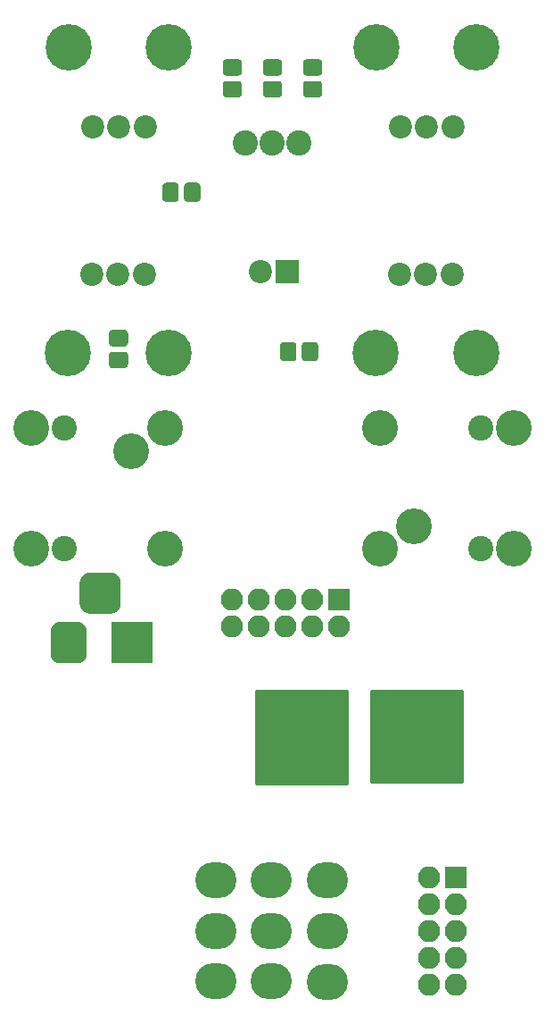
<source format=gbr>
G04 #@! TF.GenerationSoftware,KiCad,Pcbnew,(5.0.0-3-g5ebb6b6)*
G04 #@! TF.CreationDate,2018-11-15T11:11:36+00:00*
G04 #@! TF.ProjectId,555PWMTremolo,35353550574D5472656D6F6C6F2E6B69,rev?*
G04 #@! TF.SameCoordinates,Original*
G04 #@! TF.FileFunction,Soldermask,Bot*
G04 #@! TF.FilePolarity,Negative*
%FSLAX46Y46*%
G04 Gerber Fmt 4.6, Leading zero omitted, Abs format (unit mm)*
G04 Created by KiCad (PCBNEW (5.0.0-3-g5ebb6b6)) date Thursday, 15 November 2018 at 11:11:36*
%MOMM*%
%LPD*%
G01*
G04 APERTURE LIST*
%ADD10O,2.100000X2.100000*%
%ADD11R,2.100000X2.100000*%
%ADD12C,0.100000*%
%ADD13C,1.550000*%
%ADD14O,3.900000X3.400000*%
%ADD15R,2.200000X2.200000*%
%ADD16C,2.200000*%
%ADD17C,2.400000*%
%ADD18C,3.400000*%
%ADD19R,3.900000X3.900000*%
%ADD20C,3.900000*%
%ADD21C,4.400000*%
%ADD22C,0.254000*%
G04 APERTURE END LIST*
D10*
G04 #@! TO.C,J_AUXTOMAIN1*
X95504000Y-154940000D03*
X95504000Y-157480000D03*
X95504000Y-160020000D03*
X95504000Y-162560000D03*
X95504000Y-165100000D03*
X98044000Y-165100000D03*
X98044000Y-162560000D03*
X98044000Y-160020000D03*
X98044000Y-157480000D03*
D11*
X98044000Y-154940000D03*
G04 #@! TD*
D12*
G04 #@! TO.C,C_LPFOPT1*
G36*
X77431071Y-79499623D02*
X77463781Y-79504475D01*
X77495857Y-79512509D01*
X77526991Y-79523649D01*
X77556884Y-79537787D01*
X77585247Y-79554787D01*
X77611807Y-79574485D01*
X77636308Y-79596692D01*
X77658515Y-79621193D01*
X77678213Y-79647753D01*
X77695213Y-79676116D01*
X77709351Y-79706009D01*
X77720491Y-79737143D01*
X77728525Y-79769219D01*
X77733377Y-79801929D01*
X77735000Y-79834956D01*
X77735000Y-80711044D01*
X77733377Y-80744071D01*
X77728525Y-80776781D01*
X77720491Y-80808857D01*
X77709351Y-80839991D01*
X77695213Y-80869884D01*
X77678213Y-80898247D01*
X77658515Y-80924807D01*
X77636308Y-80949308D01*
X77611807Y-80971515D01*
X77585247Y-80991213D01*
X77556884Y-81008213D01*
X77526991Y-81022351D01*
X77495857Y-81033491D01*
X77463781Y-81041525D01*
X77431071Y-81046377D01*
X77398044Y-81048000D01*
X76271956Y-81048000D01*
X76238929Y-81046377D01*
X76206219Y-81041525D01*
X76174143Y-81033491D01*
X76143009Y-81022351D01*
X76113116Y-81008213D01*
X76084753Y-80991213D01*
X76058193Y-80971515D01*
X76033692Y-80949308D01*
X76011485Y-80924807D01*
X75991787Y-80898247D01*
X75974787Y-80869884D01*
X75960649Y-80839991D01*
X75949509Y-80808857D01*
X75941475Y-80776781D01*
X75936623Y-80744071D01*
X75935000Y-80711044D01*
X75935000Y-79834956D01*
X75936623Y-79801929D01*
X75941475Y-79769219D01*
X75949509Y-79737143D01*
X75960649Y-79706009D01*
X75974787Y-79676116D01*
X75991787Y-79647753D01*
X76011485Y-79621193D01*
X76033692Y-79596692D01*
X76058193Y-79574485D01*
X76084753Y-79554787D01*
X76113116Y-79537787D01*
X76143009Y-79523649D01*
X76174143Y-79512509D01*
X76206219Y-79504475D01*
X76238929Y-79499623D01*
X76271956Y-79498000D01*
X77398044Y-79498000D01*
X77431071Y-79499623D01*
X77431071Y-79499623D01*
G37*
D13*
X76835000Y-80273000D03*
D12*
G36*
X77431071Y-77449623D02*
X77463781Y-77454475D01*
X77495857Y-77462509D01*
X77526991Y-77473649D01*
X77556884Y-77487787D01*
X77585247Y-77504787D01*
X77611807Y-77524485D01*
X77636308Y-77546692D01*
X77658515Y-77571193D01*
X77678213Y-77597753D01*
X77695213Y-77626116D01*
X77709351Y-77656009D01*
X77720491Y-77687143D01*
X77728525Y-77719219D01*
X77733377Y-77751929D01*
X77735000Y-77784956D01*
X77735000Y-78661044D01*
X77733377Y-78694071D01*
X77728525Y-78726781D01*
X77720491Y-78758857D01*
X77709351Y-78789991D01*
X77695213Y-78819884D01*
X77678213Y-78848247D01*
X77658515Y-78874807D01*
X77636308Y-78899308D01*
X77611807Y-78921515D01*
X77585247Y-78941213D01*
X77556884Y-78958213D01*
X77526991Y-78972351D01*
X77495857Y-78983491D01*
X77463781Y-78991525D01*
X77431071Y-78996377D01*
X77398044Y-78998000D01*
X76271956Y-78998000D01*
X76238929Y-78996377D01*
X76206219Y-78991525D01*
X76174143Y-78983491D01*
X76143009Y-78972351D01*
X76113116Y-78958213D01*
X76084753Y-78941213D01*
X76058193Y-78921515D01*
X76033692Y-78899308D01*
X76011485Y-78874807D01*
X75991787Y-78848247D01*
X75974787Y-78819884D01*
X75960649Y-78789991D01*
X75949509Y-78758857D01*
X75941475Y-78726781D01*
X75936623Y-78694071D01*
X75935000Y-78661044D01*
X75935000Y-77784956D01*
X75936623Y-77751929D01*
X75941475Y-77719219D01*
X75949509Y-77687143D01*
X75960649Y-77656009D01*
X75974787Y-77626116D01*
X75991787Y-77597753D01*
X76011485Y-77571193D01*
X76033692Y-77546692D01*
X76058193Y-77524485D01*
X76084753Y-77504787D01*
X76113116Y-77487787D01*
X76143009Y-77473649D01*
X76174143Y-77462509D01*
X76206219Y-77454475D01*
X76238929Y-77449623D01*
X76271956Y-77448000D01*
X77398044Y-77448000D01*
X77431071Y-77449623D01*
X77431071Y-77449623D01*
G37*
D13*
X76835000Y-78223000D03*
G04 #@! TD*
D12*
G04 #@! TO.C,C_LPFOPT2*
G36*
X85051071Y-77449623D02*
X85083781Y-77454475D01*
X85115857Y-77462509D01*
X85146991Y-77473649D01*
X85176884Y-77487787D01*
X85205247Y-77504787D01*
X85231807Y-77524485D01*
X85256308Y-77546692D01*
X85278515Y-77571193D01*
X85298213Y-77597753D01*
X85315213Y-77626116D01*
X85329351Y-77656009D01*
X85340491Y-77687143D01*
X85348525Y-77719219D01*
X85353377Y-77751929D01*
X85355000Y-77784956D01*
X85355000Y-78661044D01*
X85353377Y-78694071D01*
X85348525Y-78726781D01*
X85340491Y-78758857D01*
X85329351Y-78789991D01*
X85315213Y-78819884D01*
X85298213Y-78848247D01*
X85278515Y-78874807D01*
X85256308Y-78899308D01*
X85231807Y-78921515D01*
X85205247Y-78941213D01*
X85176884Y-78958213D01*
X85146991Y-78972351D01*
X85115857Y-78983491D01*
X85083781Y-78991525D01*
X85051071Y-78996377D01*
X85018044Y-78998000D01*
X83891956Y-78998000D01*
X83858929Y-78996377D01*
X83826219Y-78991525D01*
X83794143Y-78983491D01*
X83763009Y-78972351D01*
X83733116Y-78958213D01*
X83704753Y-78941213D01*
X83678193Y-78921515D01*
X83653692Y-78899308D01*
X83631485Y-78874807D01*
X83611787Y-78848247D01*
X83594787Y-78819884D01*
X83580649Y-78789991D01*
X83569509Y-78758857D01*
X83561475Y-78726781D01*
X83556623Y-78694071D01*
X83555000Y-78661044D01*
X83555000Y-77784956D01*
X83556623Y-77751929D01*
X83561475Y-77719219D01*
X83569509Y-77687143D01*
X83580649Y-77656009D01*
X83594787Y-77626116D01*
X83611787Y-77597753D01*
X83631485Y-77571193D01*
X83653692Y-77546692D01*
X83678193Y-77524485D01*
X83704753Y-77504787D01*
X83733116Y-77487787D01*
X83763009Y-77473649D01*
X83794143Y-77462509D01*
X83826219Y-77454475D01*
X83858929Y-77449623D01*
X83891956Y-77448000D01*
X85018044Y-77448000D01*
X85051071Y-77449623D01*
X85051071Y-77449623D01*
G37*
D13*
X84455000Y-78223000D03*
D12*
G36*
X85051071Y-79499623D02*
X85083781Y-79504475D01*
X85115857Y-79512509D01*
X85146991Y-79523649D01*
X85176884Y-79537787D01*
X85205247Y-79554787D01*
X85231807Y-79574485D01*
X85256308Y-79596692D01*
X85278515Y-79621193D01*
X85298213Y-79647753D01*
X85315213Y-79676116D01*
X85329351Y-79706009D01*
X85340491Y-79737143D01*
X85348525Y-79769219D01*
X85353377Y-79801929D01*
X85355000Y-79834956D01*
X85355000Y-80711044D01*
X85353377Y-80744071D01*
X85348525Y-80776781D01*
X85340491Y-80808857D01*
X85329351Y-80839991D01*
X85315213Y-80869884D01*
X85298213Y-80898247D01*
X85278515Y-80924807D01*
X85256308Y-80949308D01*
X85231807Y-80971515D01*
X85205247Y-80991213D01*
X85176884Y-81008213D01*
X85146991Y-81022351D01*
X85115857Y-81033491D01*
X85083781Y-81041525D01*
X85051071Y-81046377D01*
X85018044Y-81048000D01*
X83891956Y-81048000D01*
X83858929Y-81046377D01*
X83826219Y-81041525D01*
X83794143Y-81033491D01*
X83763009Y-81022351D01*
X83733116Y-81008213D01*
X83704753Y-80991213D01*
X83678193Y-80971515D01*
X83653692Y-80949308D01*
X83631485Y-80924807D01*
X83611787Y-80898247D01*
X83594787Y-80869884D01*
X83580649Y-80839991D01*
X83569509Y-80808857D01*
X83561475Y-80776781D01*
X83556623Y-80744071D01*
X83555000Y-80711044D01*
X83555000Y-79834956D01*
X83556623Y-79801929D01*
X83561475Y-79769219D01*
X83569509Y-79737143D01*
X83580649Y-79706009D01*
X83594787Y-79676116D01*
X83611787Y-79647753D01*
X83631485Y-79621193D01*
X83653692Y-79596692D01*
X83678193Y-79574485D01*
X83704753Y-79554787D01*
X83733116Y-79537787D01*
X83763009Y-79523649D01*
X83794143Y-79512509D01*
X83826219Y-79504475D01*
X83858929Y-79499623D01*
X83891956Y-79498000D01*
X85018044Y-79498000D01*
X85051071Y-79499623D01*
X85051071Y-79499623D01*
G37*
D13*
X84455000Y-80273000D03*
G04 #@! TD*
D12*
G04 #@! TO.C,R_LPF1*
G36*
X81241071Y-77449623D02*
X81273781Y-77454475D01*
X81305857Y-77462509D01*
X81336991Y-77473649D01*
X81366884Y-77487787D01*
X81395247Y-77504787D01*
X81421807Y-77524485D01*
X81446308Y-77546692D01*
X81468515Y-77571193D01*
X81488213Y-77597753D01*
X81505213Y-77626116D01*
X81519351Y-77656009D01*
X81530491Y-77687143D01*
X81538525Y-77719219D01*
X81543377Y-77751929D01*
X81545000Y-77784956D01*
X81545000Y-78661044D01*
X81543377Y-78694071D01*
X81538525Y-78726781D01*
X81530491Y-78758857D01*
X81519351Y-78789991D01*
X81505213Y-78819884D01*
X81488213Y-78848247D01*
X81468515Y-78874807D01*
X81446308Y-78899308D01*
X81421807Y-78921515D01*
X81395247Y-78941213D01*
X81366884Y-78958213D01*
X81336991Y-78972351D01*
X81305857Y-78983491D01*
X81273781Y-78991525D01*
X81241071Y-78996377D01*
X81208044Y-78998000D01*
X80081956Y-78998000D01*
X80048929Y-78996377D01*
X80016219Y-78991525D01*
X79984143Y-78983491D01*
X79953009Y-78972351D01*
X79923116Y-78958213D01*
X79894753Y-78941213D01*
X79868193Y-78921515D01*
X79843692Y-78899308D01*
X79821485Y-78874807D01*
X79801787Y-78848247D01*
X79784787Y-78819884D01*
X79770649Y-78789991D01*
X79759509Y-78758857D01*
X79751475Y-78726781D01*
X79746623Y-78694071D01*
X79745000Y-78661044D01*
X79745000Y-77784956D01*
X79746623Y-77751929D01*
X79751475Y-77719219D01*
X79759509Y-77687143D01*
X79770649Y-77656009D01*
X79784787Y-77626116D01*
X79801787Y-77597753D01*
X79821485Y-77571193D01*
X79843692Y-77546692D01*
X79868193Y-77524485D01*
X79894753Y-77504787D01*
X79923116Y-77487787D01*
X79953009Y-77473649D01*
X79984143Y-77462509D01*
X80016219Y-77454475D01*
X80048929Y-77449623D01*
X80081956Y-77448000D01*
X81208044Y-77448000D01*
X81241071Y-77449623D01*
X81241071Y-77449623D01*
G37*
D13*
X80645000Y-78223000D03*
D12*
G36*
X81241071Y-79499623D02*
X81273781Y-79504475D01*
X81305857Y-79512509D01*
X81336991Y-79523649D01*
X81366884Y-79537787D01*
X81395247Y-79554787D01*
X81421807Y-79574485D01*
X81446308Y-79596692D01*
X81468515Y-79621193D01*
X81488213Y-79647753D01*
X81505213Y-79676116D01*
X81519351Y-79706009D01*
X81530491Y-79737143D01*
X81538525Y-79769219D01*
X81543377Y-79801929D01*
X81545000Y-79834956D01*
X81545000Y-80711044D01*
X81543377Y-80744071D01*
X81538525Y-80776781D01*
X81530491Y-80808857D01*
X81519351Y-80839991D01*
X81505213Y-80869884D01*
X81488213Y-80898247D01*
X81468515Y-80924807D01*
X81446308Y-80949308D01*
X81421807Y-80971515D01*
X81395247Y-80991213D01*
X81366884Y-81008213D01*
X81336991Y-81022351D01*
X81305857Y-81033491D01*
X81273781Y-81041525D01*
X81241071Y-81046377D01*
X81208044Y-81048000D01*
X80081956Y-81048000D01*
X80048929Y-81046377D01*
X80016219Y-81041525D01*
X79984143Y-81033491D01*
X79953009Y-81022351D01*
X79923116Y-81008213D01*
X79894753Y-80991213D01*
X79868193Y-80971515D01*
X79843692Y-80949308D01*
X79821485Y-80924807D01*
X79801787Y-80898247D01*
X79784787Y-80869884D01*
X79770649Y-80839991D01*
X79759509Y-80808857D01*
X79751475Y-80776781D01*
X79746623Y-80744071D01*
X79745000Y-80711044D01*
X79745000Y-79834956D01*
X79746623Y-79801929D01*
X79751475Y-79769219D01*
X79759509Y-79737143D01*
X79770649Y-79706009D01*
X79784787Y-79676116D01*
X79801787Y-79647753D01*
X79821485Y-79621193D01*
X79843692Y-79596692D01*
X79868193Y-79574485D01*
X79894753Y-79554787D01*
X79923116Y-79537787D01*
X79953009Y-79523649D01*
X79984143Y-79512509D01*
X80016219Y-79504475D01*
X80048929Y-79499623D01*
X80081956Y-79498000D01*
X81208044Y-79498000D01*
X81241071Y-79499623D01*
X81241071Y-79499623D01*
G37*
D13*
X80645000Y-80273000D03*
G04 #@! TD*
D14*
G04 #@! TO.C,SW_EN1*
X85836760Y-164851080D03*
X80563720Y-164838380D03*
X75247500Y-164833300D03*
X85852000Y-160045400D03*
X80556100Y-160045400D03*
X75247500Y-160045400D03*
X85864700Y-155244800D03*
X80556100Y-155244800D03*
X75247500Y-155244800D03*
G04 #@! TD*
D12*
G04 #@! TO.C,R_GAIN1*
G36*
X82631071Y-104257623D02*
X82663781Y-104262475D01*
X82695857Y-104270509D01*
X82726991Y-104281649D01*
X82756884Y-104295787D01*
X82785247Y-104312787D01*
X82811807Y-104332485D01*
X82836308Y-104354692D01*
X82858515Y-104379193D01*
X82878213Y-104405753D01*
X82895213Y-104434116D01*
X82909351Y-104464009D01*
X82920491Y-104495143D01*
X82928525Y-104527219D01*
X82933377Y-104559929D01*
X82935000Y-104592956D01*
X82935000Y-105719044D01*
X82933377Y-105752071D01*
X82928525Y-105784781D01*
X82920491Y-105816857D01*
X82909351Y-105847991D01*
X82895213Y-105877884D01*
X82878213Y-105906247D01*
X82858515Y-105932807D01*
X82836308Y-105957308D01*
X82811807Y-105979515D01*
X82785247Y-105999213D01*
X82756884Y-106016213D01*
X82726991Y-106030351D01*
X82695857Y-106041491D01*
X82663781Y-106049525D01*
X82631071Y-106054377D01*
X82598044Y-106056000D01*
X81721956Y-106056000D01*
X81688929Y-106054377D01*
X81656219Y-106049525D01*
X81624143Y-106041491D01*
X81593009Y-106030351D01*
X81563116Y-106016213D01*
X81534753Y-105999213D01*
X81508193Y-105979515D01*
X81483692Y-105957308D01*
X81461485Y-105932807D01*
X81441787Y-105906247D01*
X81424787Y-105877884D01*
X81410649Y-105847991D01*
X81399509Y-105816857D01*
X81391475Y-105784781D01*
X81386623Y-105752071D01*
X81385000Y-105719044D01*
X81385000Y-104592956D01*
X81386623Y-104559929D01*
X81391475Y-104527219D01*
X81399509Y-104495143D01*
X81410649Y-104464009D01*
X81424787Y-104434116D01*
X81441787Y-104405753D01*
X81461485Y-104379193D01*
X81483692Y-104354692D01*
X81508193Y-104332485D01*
X81534753Y-104312787D01*
X81563116Y-104295787D01*
X81593009Y-104281649D01*
X81624143Y-104270509D01*
X81656219Y-104262475D01*
X81688929Y-104257623D01*
X81721956Y-104256000D01*
X82598044Y-104256000D01*
X82631071Y-104257623D01*
X82631071Y-104257623D01*
G37*
D13*
X82160000Y-105156000D03*
D12*
G36*
X84681071Y-104257623D02*
X84713781Y-104262475D01*
X84745857Y-104270509D01*
X84776991Y-104281649D01*
X84806884Y-104295787D01*
X84835247Y-104312787D01*
X84861807Y-104332485D01*
X84886308Y-104354692D01*
X84908515Y-104379193D01*
X84928213Y-104405753D01*
X84945213Y-104434116D01*
X84959351Y-104464009D01*
X84970491Y-104495143D01*
X84978525Y-104527219D01*
X84983377Y-104559929D01*
X84985000Y-104592956D01*
X84985000Y-105719044D01*
X84983377Y-105752071D01*
X84978525Y-105784781D01*
X84970491Y-105816857D01*
X84959351Y-105847991D01*
X84945213Y-105877884D01*
X84928213Y-105906247D01*
X84908515Y-105932807D01*
X84886308Y-105957308D01*
X84861807Y-105979515D01*
X84835247Y-105999213D01*
X84806884Y-106016213D01*
X84776991Y-106030351D01*
X84745857Y-106041491D01*
X84713781Y-106049525D01*
X84681071Y-106054377D01*
X84648044Y-106056000D01*
X83771956Y-106056000D01*
X83738929Y-106054377D01*
X83706219Y-106049525D01*
X83674143Y-106041491D01*
X83643009Y-106030351D01*
X83613116Y-106016213D01*
X83584753Y-105999213D01*
X83558193Y-105979515D01*
X83533692Y-105957308D01*
X83511485Y-105932807D01*
X83491787Y-105906247D01*
X83474787Y-105877884D01*
X83460649Y-105847991D01*
X83449509Y-105816857D01*
X83441475Y-105784781D01*
X83436623Y-105752071D01*
X83435000Y-105719044D01*
X83435000Y-104592956D01*
X83436623Y-104559929D01*
X83441475Y-104527219D01*
X83449509Y-104495143D01*
X83460649Y-104464009D01*
X83474787Y-104434116D01*
X83491787Y-104405753D01*
X83511485Y-104379193D01*
X83533692Y-104354692D01*
X83558193Y-104332485D01*
X83584753Y-104312787D01*
X83613116Y-104295787D01*
X83643009Y-104281649D01*
X83674143Y-104270509D01*
X83706219Y-104262475D01*
X83738929Y-104257623D01*
X83771956Y-104256000D01*
X84648044Y-104256000D01*
X84681071Y-104257623D01*
X84681071Y-104257623D01*
G37*
D13*
X84210000Y-105156000D03*
G04 #@! TD*
D15*
G04 #@! TO.C,D_LED1*
X82042000Y-97536000D03*
D16*
X79502000Y-97536000D03*
G04 #@! TD*
D12*
G04 #@! TO.C,C_OSC1*
G36*
X71455071Y-89144623D02*
X71487781Y-89149475D01*
X71519857Y-89157509D01*
X71550991Y-89168649D01*
X71580884Y-89182787D01*
X71609247Y-89199787D01*
X71635807Y-89219485D01*
X71660308Y-89241692D01*
X71682515Y-89266193D01*
X71702213Y-89292753D01*
X71719213Y-89321116D01*
X71733351Y-89351009D01*
X71744491Y-89382143D01*
X71752525Y-89414219D01*
X71757377Y-89446929D01*
X71759000Y-89479956D01*
X71759000Y-90606044D01*
X71757377Y-90639071D01*
X71752525Y-90671781D01*
X71744491Y-90703857D01*
X71733351Y-90734991D01*
X71719213Y-90764884D01*
X71702213Y-90793247D01*
X71682515Y-90819807D01*
X71660308Y-90844308D01*
X71635807Y-90866515D01*
X71609247Y-90886213D01*
X71580884Y-90903213D01*
X71550991Y-90917351D01*
X71519857Y-90928491D01*
X71487781Y-90936525D01*
X71455071Y-90941377D01*
X71422044Y-90943000D01*
X70545956Y-90943000D01*
X70512929Y-90941377D01*
X70480219Y-90936525D01*
X70448143Y-90928491D01*
X70417009Y-90917351D01*
X70387116Y-90903213D01*
X70358753Y-90886213D01*
X70332193Y-90866515D01*
X70307692Y-90844308D01*
X70285485Y-90819807D01*
X70265787Y-90793247D01*
X70248787Y-90764884D01*
X70234649Y-90734991D01*
X70223509Y-90703857D01*
X70215475Y-90671781D01*
X70210623Y-90639071D01*
X70209000Y-90606044D01*
X70209000Y-89479956D01*
X70210623Y-89446929D01*
X70215475Y-89414219D01*
X70223509Y-89382143D01*
X70234649Y-89351009D01*
X70248787Y-89321116D01*
X70265787Y-89292753D01*
X70285485Y-89266193D01*
X70307692Y-89241692D01*
X70332193Y-89219485D01*
X70358753Y-89199787D01*
X70387116Y-89182787D01*
X70417009Y-89168649D01*
X70448143Y-89157509D01*
X70480219Y-89149475D01*
X70512929Y-89144623D01*
X70545956Y-89143000D01*
X71422044Y-89143000D01*
X71455071Y-89144623D01*
X71455071Y-89144623D01*
G37*
D13*
X70984000Y-90043000D03*
D12*
G36*
X73505071Y-89144623D02*
X73537781Y-89149475D01*
X73569857Y-89157509D01*
X73600991Y-89168649D01*
X73630884Y-89182787D01*
X73659247Y-89199787D01*
X73685807Y-89219485D01*
X73710308Y-89241692D01*
X73732515Y-89266193D01*
X73752213Y-89292753D01*
X73769213Y-89321116D01*
X73783351Y-89351009D01*
X73794491Y-89382143D01*
X73802525Y-89414219D01*
X73807377Y-89446929D01*
X73809000Y-89479956D01*
X73809000Y-90606044D01*
X73807377Y-90639071D01*
X73802525Y-90671781D01*
X73794491Y-90703857D01*
X73783351Y-90734991D01*
X73769213Y-90764884D01*
X73752213Y-90793247D01*
X73732515Y-90819807D01*
X73710308Y-90844308D01*
X73685807Y-90866515D01*
X73659247Y-90886213D01*
X73630884Y-90903213D01*
X73600991Y-90917351D01*
X73569857Y-90928491D01*
X73537781Y-90936525D01*
X73505071Y-90941377D01*
X73472044Y-90943000D01*
X72595956Y-90943000D01*
X72562929Y-90941377D01*
X72530219Y-90936525D01*
X72498143Y-90928491D01*
X72467009Y-90917351D01*
X72437116Y-90903213D01*
X72408753Y-90886213D01*
X72382193Y-90866515D01*
X72357692Y-90844308D01*
X72335485Y-90819807D01*
X72315787Y-90793247D01*
X72298787Y-90764884D01*
X72284649Y-90734991D01*
X72273509Y-90703857D01*
X72265475Y-90671781D01*
X72260623Y-90639071D01*
X72259000Y-90606044D01*
X72259000Y-89479956D01*
X72260623Y-89446929D01*
X72265475Y-89414219D01*
X72273509Y-89382143D01*
X72284649Y-89351009D01*
X72298787Y-89321116D01*
X72315787Y-89292753D01*
X72335485Y-89266193D01*
X72357692Y-89241692D01*
X72382193Y-89219485D01*
X72408753Y-89199787D01*
X72437116Y-89182787D01*
X72467009Y-89168649D01*
X72498143Y-89157509D01*
X72530219Y-89149475D01*
X72562929Y-89144623D01*
X72595956Y-89143000D01*
X73472044Y-89143000D01*
X73505071Y-89144623D01*
X73505071Y-89144623D01*
G37*
D13*
X73034000Y-90043000D03*
G04 #@! TD*
D17*
G04 #@! TO.C,J_IN1*
X100393500Y-112395000D03*
X100393500Y-123825000D03*
D18*
X94043500Y-121666000D03*
X103568500Y-123825000D03*
X103568500Y-112395000D03*
X90868500Y-112395000D03*
X90868500Y-123825000D03*
G04 #@! TD*
D19*
G04 #@! TO.C,J_PWR1*
X67310000Y-132715000D03*
D12*
G36*
X62243315Y-130769093D02*
X62325827Y-130781333D01*
X62406742Y-130801601D01*
X62485281Y-130829702D01*
X62560687Y-130865367D01*
X62632235Y-130908251D01*
X62699234Y-130957941D01*
X62761041Y-131013959D01*
X62817059Y-131075766D01*
X62866749Y-131142765D01*
X62909633Y-131214313D01*
X62945298Y-131289719D01*
X62973399Y-131368258D01*
X62993667Y-131449173D01*
X63005907Y-131531685D01*
X63010000Y-131615000D01*
X63010000Y-133815000D01*
X63005907Y-133898315D01*
X62993667Y-133980827D01*
X62973399Y-134061742D01*
X62945298Y-134140281D01*
X62909633Y-134215687D01*
X62866749Y-134287235D01*
X62817059Y-134354234D01*
X62761041Y-134416041D01*
X62699234Y-134472059D01*
X62632235Y-134521749D01*
X62560687Y-134564633D01*
X62485281Y-134600298D01*
X62406742Y-134628399D01*
X62325827Y-134648667D01*
X62243315Y-134660907D01*
X62160000Y-134665000D01*
X60460000Y-134665000D01*
X60376685Y-134660907D01*
X60294173Y-134648667D01*
X60213258Y-134628399D01*
X60134719Y-134600298D01*
X60059313Y-134564633D01*
X59987765Y-134521749D01*
X59920766Y-134472059D01*
X59858959Y-134416041D01*
X59802941Y-134354234D01*
X59753251Y-134287235D01*
X59710367Y-134215687D01*
X59674702Y-134140281D01*
X59646601Y-134061742D01*
X59626333Y-133980827D01*
X59614093Y-133898315D01*
X59610000Y-133815000D01*
X59610000Y-131615000D01*
X59614093Y-131531685D01*
X59626333Y-131449173D01*
X59646601Y-131368258D01*
X59674702Y-131289719D01*
X59710367Y-131214313D01*
X59753251Y-131142765D01*
X59802941Y-131075766D01*
X59858959Y-131013959D01*
X59920766Y-130957941D01*
X59987765Y-130908251D01*
X60059313Y-130865367D01*
X60134719Y-130829702D01*
X60213258Y-130801601D01*
X60294173Y-130781333D01*
X60376685Y-130769093D01*
X60460000Y-130765000D01*
X62160000Y-130765000D01*
X62243315Y-130769093D01*
X62243315Y-130769093D01*
G37*
D18*
X61310000Y-132715000D03*
D12*
G36*
X65380567Y-126069695D02*
X65475213Y-126083734D01*
X65568028Y-126106983D01*
X65658116Y-126139217D01*
X65744612Y-126180127D01*
X65826681Y-126229317D01*
X65903533Y-126286315D01*
X65974429Y-126350571D01*
X66038685Y-126421467D01*
X66095683Y-126498319D01*
X66144873Y-126580388D01*
X66185783Y-126666884D01*
X66218017Y-126756972D01*
X66241266Y-126849787D01*
X66255305Y-126944433D01*
X66260000Y-127040000D01*
X66260000Y-128990000D01*
X66255305Y-129085567D01*
X66241266Y-129180213D01*
X66218017Y-129273028D01*
X66185783Y-129363116D01*
X66144873Y-129449612D01*
X66095683Y-129531681D01*
X66038685Y-129608533D01*
X65974429Y-129679429D01*
X65903533Y-129743685D01*
X65826681Y-129800683D01*
X65744612Y-129849873D01*
X65658116Y-129890783D01*
X65568028Y-129923017D01*
X65475213Y-129946266D01*
X65380567Y-129960305D01*
X65285000Y-129965000D01*
X63335000Y-129965000D01*
X63239433Y-129960305D01*
X63144787Y-129946266D01*
X63051972Y-129923017D01*
X62961884Y-129890783D01*
X62875388Y-129849873D01*
X62793319Y-129800683D01*
X62716467Y-129743685D01*
X62645571Y-129679429D01*
X62581315Y-129608533D01*
X62524317Y-129531681D01*
X62475127Y-129449612D01*
X62434217Y-129363116D01*
X62401983Y-129273028D01*
X62378734Y-129180213D01*
X62364695Y-129085567D01*
X62360000Y-128990000D01*
X62360000Y-127040000D01*
X62364695Y-126944433D01*
X62378734Y-126849787D01*
X62401983Y-126756972D01*
X62434217Y-126666884D01*
X62475127Y-126580388D01*
X62524317Y-126498319D01*
X62581315Y-126421467D01*
X62645571Y-126350571D01*
X62716467Y-126286315D01*
X62793319Y-126229317D01*
X62875388Y-126180127D01*
X62961884Y-126139217D01*
X63051972Y-126106983D01*
X63144787Y-126083734D01*
X63239433Y-126069695D01*
X63335000Y-126065000D01*
X65285000Y-126065000D01*
X65380567Y-126069695D01*
X65380567Y-126069695D01*
G37*
D20*
X64310000Y-128015000D03*
G04 #@! TD*
D16*
G04 #@! TO.C,P_DEPTH1*
X92790000Y-83820000D03*
X95290000Y-83820000D03*
X97790000Y-83820000D03*
D21*
X90540000Y-76320000D03*
X100040000Y-76320000D03*
G04 #@! TD*
G04 #@! TO.C,P_VOL1*
X90460000Y-105290000D03*
X99960000Y-105290000D03*
D16*
X92710000Y-97790000D03*
X95210000Y-97790000D03*
X97710000Y-97790000D03*
G04 #@! TD*
D21*
G04 #@! TO.C,P_OSCOFF1*
X61250000Y-105290000D03*
X70750000Y-105290000D03*
D16*
X63500000Y-97790000D03*
X66000000Y-97790000D03*
X68500000Y-97790000D03*
G04 #@! TD*
G04 #@! TO.C,P_OSCON1*
X63580000Y-83820000D03*
X66080000Y-83820000D03*
X68580000Y-83820000D03*
D21*
X61330000Y-76320000D03*
X70830000Y-76320000D03*
G04 #@! TD*
D18*
G04 #@! TO.C,J_OUT1*
X70421500Y-112395000D03*
X70421500Y-123825000D03*
X57721500Y-123825000D03*
X57721500Y-112395000D03*
X67246500Y-114554000D03*
D17*
X60896500Y-112395000D03*
X60896500Y-123825000D03*
G04 #@! TD*
D12*
G04 #@! TO.C,R_OSCLIMIT1*
G36*
X66636071Y-105153623D02*
X66668781Y-105158475D01*
X66700857Y-105166509D01*
X66731991Y-105177649D01*
X66761884Y-105191787D01*
X66790247Y-105208787D01*
X66816807Y-105228485D01*
X66841308Y-105250692D01*
X66863515Y-105275193D01*
X66883213Y-105301753D01*
X66900213Y-105330116D01*
X66914351Y-105360009D01*
X66925491Y-105391143D01*
X66933525Y-105423219D01*
X66938377Y-105455929D01*
X66940000Y-105488956D01*
X66940000Y-106365044D01*
X66938377Y-106398071D01*
X66933525Y-106430781D01*
X66925491Y-106462857D01*
X66914351Y-106493991D01*
X66900213Y-106523884D01*
X66883213Y-106552247D01*
X66863515Y-106578807D01*
X66841308Y-106603308D01*
X66816807Y-106625515D01*
X66790247Y-106645213D01*
X66761884Y-106662213D01*
X66731991Y-106676351D01*
X66700857Y-106687491D01*
X66668781Y-106695525D01*
X66636071Y-106700377D01*
X66603044Y-106702000D01*
X65476956Y-106702000D01*
X65443929Y-106700377D01*
X65411219Y-106695525D01*
X65379143Y-106687491D01*
X65348009Y-106676351D01*
X65318116Y-106662213D01*
X65289753Y-106645213D01*
X65263193Y-106625515D01*
X65238692Y-106603308D01*
X65216485Y-106578807D01*
X65196787Y-106552247D01*
X65179787Y-106523884D01*
X65165649Y-106493991D01*
X65154509Y-106462857D01*
X65146475Y-106430781D01*
X65141623Y-106398071D01*
X65140000Y-106365044D01*
X65140000Y-105488956D01*
X65141623Y-105455929D01*
X65146475Y-105423219D01*
X65154509Y-105391143D01*
X65165649Y-105360009D01*
X65179787Y-105330116D01*
X65196787Y-105301753D01*
X65216485Y-105275193D01*
X65238692Y-105250692D01*
X65263193Y-105228485D01*
X65289753Y-105208787D01*
X65318116Y-105191787D01*
X65348009Y-105177649D01*
X65379143Y-105166509D01*
X65411219Y-105158475D01*
X65443929Y-105153623D01*
X65476956Y-105152000D01*
X66603044Y-105152000D01*
X66636071Y-105153623D01*
X66636071Y-105153623D01*
G37*
D13*
X66040000Y-105927000D03*
D12*
G36*
X66636071Y-103103623D02*
X66668781Y-103108475D01*
X66700857Y-103116509D01*
X66731991Y-103127649D01*
X66761884Y-103141787D01*
X66790247Y-103158787D01*
X66816807Y-103178485D01*
X66841308Y-103200692D01*
X66863515Y-103225193D01*
X66883213Y-103251753D01*
X66900213Y-103280116D01*
X66914351Y-103310009D01*
X66925491Y-103341143D01*
X66933525Y-103373219D01*
X66938377Y-103405929D01*
X66940000Y-103438956D01*
X66940000Y-104315044D01*
X66938377Y-104348071D01*
X66933525Y-104380781D01*
X66925491Y-104412857D01*
X66914351Y-104443991D01*
X66900213Y-104473884D01*
X66883213Y-104502247D01*
X66863515Y-104528807D01*
X66841308Y-104553308D01*
X66816807Y-104575515D01*
X66790247Y-104595213D01*
X66761884Y-104612213D01*
X66731991Y-104626351D01*
X66700857Y-104637491D01*
X66668781Y-104645525D01*
X66636071Y-104650377D01*
X66603044Y-104652000D01*
X65476956Y-104652000D01*
X65443929Y-104650377D01*
X65411219Y-104645525D01*
X65379143Y-104637491D01*
X65348009Y-104626351D01*
X65318116Y-104612213D01*
X65289753Y-104595213D01*
X65263193Y-104575515D01*
X65238692Y-104553308D01*
X65216485Y-104528807D01*
X65196787Y-104502247D01*
X65179787Y-104473884D01*
X65165649Y-104443991D01*
X65154509Y-104412857D01*
X65146475Y-104380781D01*
X65141623Y-104348071D01*
X65140000Y-104315044D01*
X65140000Y-103438956D01*
X65141623Y-103405929D01*
X65146475Y-103373219D01*
X65154509Y-103341143D01*
X65165649Y-103310009D01*
X65179787Y-103280116D01*
X65196787Y-103251753D01*
X65216485Y-103225193D01*
X65238692Y-103200692D01*
X65263193Y-103178485D01*
X65289753Y-103158787D01*
X65318116Y-103141787D01*
X65348009Y-103127649D01*
X65379143Y-103116509D01*
X65411219Y-103108475D01*
X65443929Y-103103623D01*
X65476956Y-103102000D01*
X66603044Y-103102000D01*
X66636071Y-103103623D01*
X66636071Y-103103623D01*
G37*
D13*
X66040000Y-103877000D03*
G04 #@! TD*
D17*
G04 #@! TO.C,SW_ATTACK1*
X80645000Y-85344000D03*
X83185000Y-85344000D03*
X78105000Y-85344000D03*
G04 #@! TD*
D11*
G04 #@! TO.C,J_MAINTOAUX1*
X86995000Y-128651000D03*
D10*
X84455000Y-128651000D03*
X81915000Y-128651000D03*
X79375000Y-128651000D03*
X76835000Y-128651000D03*
X76835000Y-131191000D03*
X79375000Y-131191000D03*
X81915000Y-131191000D03*
X84455000Y-131191000D03*
X86995000Y-131191000D03*
G04 #@! TD*
D22*
G36*
X87757000Y-146050000D02*
X79121000Y-146050000D01*
X79121000Y-137287000D01*
X87757000Y-137287000D01*
X87757000Y-146050000D01*
X87757000Y-146050000D01*
G37*
X87757000Y-146050000D02*
X79121000Y-146050000D01*
X79121000Y-137287000D01*
X87757000Y-137287000D01*
X87757000Y-146050000D01*
G36*
X98679000Y-145923000D02*
X90043000Y-145923000D01*
X90043000Y-137287000D01*
X98679000Y-137287000D01*
X98679000Y-145923000D01*
X98679000Y-145923000D01*
G37*
X98679000Y-145923000D02*
X90043000Y-145923000D01*
X90043000Y-137287000D01*
X98679000Y-137287000D01*
X98679000Y-145923000D01*
M02*

</source>
